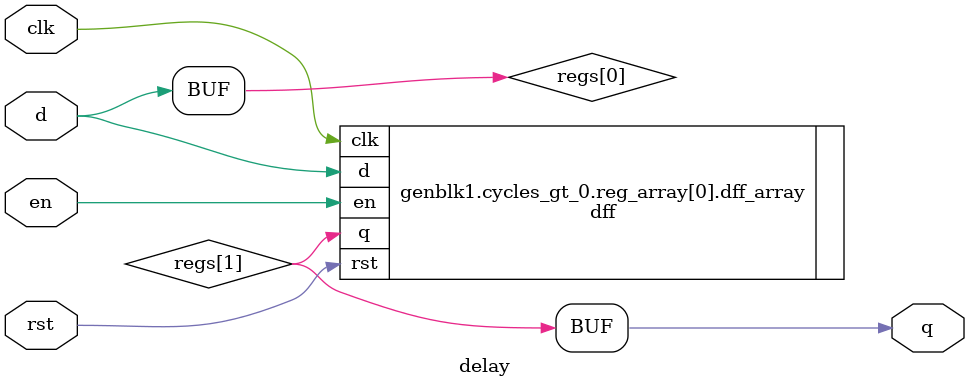
<source format=sv>

module delay
    #(
      parameter int CYCLES = 1)
    (
     input logic  clk,
     input logic  rst,
     input logic  en,
     input logic  d,
     output logic q);
   
    logic regs [CYCLES+1];

    if (CYCLES == 0) begin : cycles_eq_0
        assign q = d;
    end
    else if (CYCLES > 0) begin : cycles_gt_0

        assign regs[0] = d;
        assign q = regs[CYCLES];
        
        genvar i;
        for (i = 0; i < CYCLES; i++) begin : reg_array
            dff dff_array
                (.clk(clk),
                 .rst(rst),
                 .en(en),
                 .d(regs[i]),
                 .q(regs[i+1]));
        end
    end

endmodule

</source>
